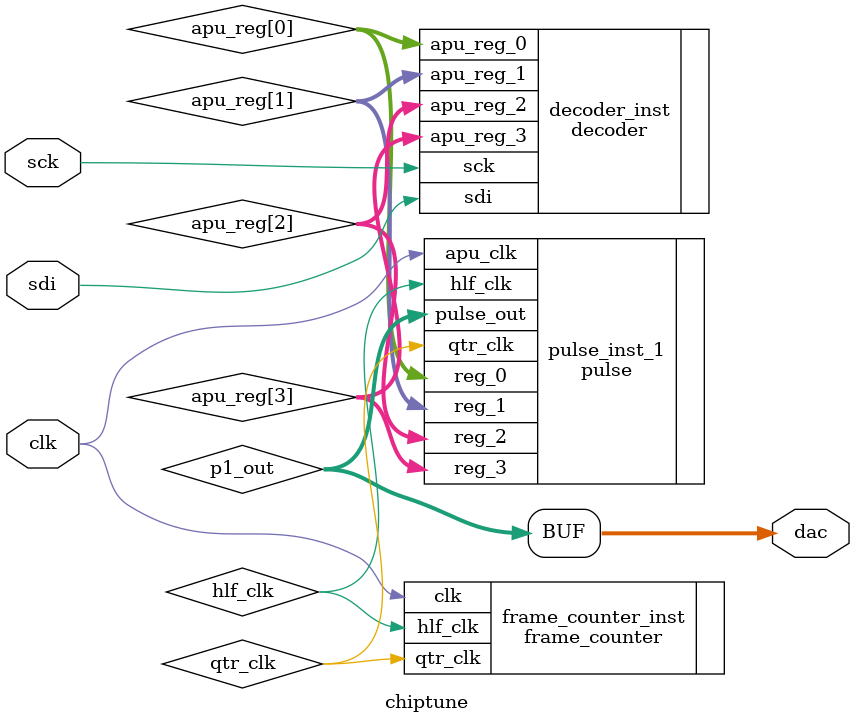
<source format=v>

`default_nettype none

module chiptune (
  input  wire clk,       // 4800 Hz
  input  wire sck,       // 300 baud
  input  wire sdi,       // serial data
  output wire [4:0] dac  // audio DAC
);

  wire [7:0] apu_reg [0:3];
  wire qtr_clk;  // 240 Hz
  wire hlf_clk;  // 120 Hz
  wire signed [4:0] p1_out;
  // wire signed [15:0] p2_out;
  assign dac = p1_out;
  
  decoder decoder_inst (
    .sck      (sck),
    .sdi      (sdi),
    .apu_reg_0(apu_reg[0]),
    .apu_reg_1(apu_reg[1]),
    .apu_reg_2(apu_reg[2]),
    .apu_reg_3(apu_reg[3])
    // .apu_reg_4(),
    // .apu_reg_5(),
    // .apu_reg_6(),
    // .apu_reg_7()
  );

  frame_counter frame_counter_inst (
    .clk    (clk),
    .qtr_clk(qtr_clk),
    .hlf_clk(hlf_clk)
  );
  
  pulse pulse_inst_1 (
    .apu_clk  (clk),
    .qtr_clk  (qtr_clk),
    .hlf_clk  (hlf_clk),
    .reg_0    (apu_reg[0]),
    .reg_1    (apu_reg[1]),
    .reg_2    (apu_reg[2]),
    .reg_3    (apu_reg[3]),
    .pulse_out(p1_out)
  );

  // pulse pulse_inst_2 (
  //   .apu_clk(clk),
  //   .qtr_clk(qtr_clk),
  //   .hlf_clk(hlf_clk),
  //   .reg_0     (apu_reg[4]),
  //   .reg_1     (apu_reg[5]),
  //   .reg_2     (apu_reg[6]),
  //   .reg_3     (apu_reg[7]),
  //   .pulse_out (p2_out)
  // );

endmodule

</source>
